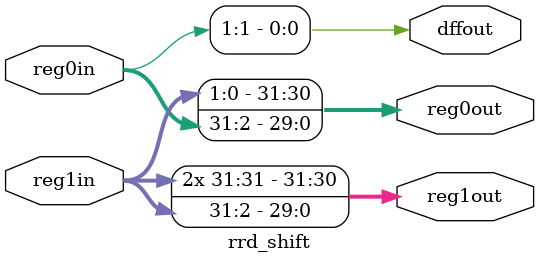
<source format=v>
module rrd_shift(reg1in, reg0in, reg1out, reg0out, dffout);

	input signed [31:0] reg1in, reg0in;
	output [31:0] reg1out, reg0out;
	output dffout;
	
	assign dffout = reg0in[1];
	
	assign reg0out[29:0] = reg0in[31:2];
	assign reg0out[31:30] = reg1in[1:0];
	
	assign reg1out = reg1in >>> 2;

endmodule
</source>
